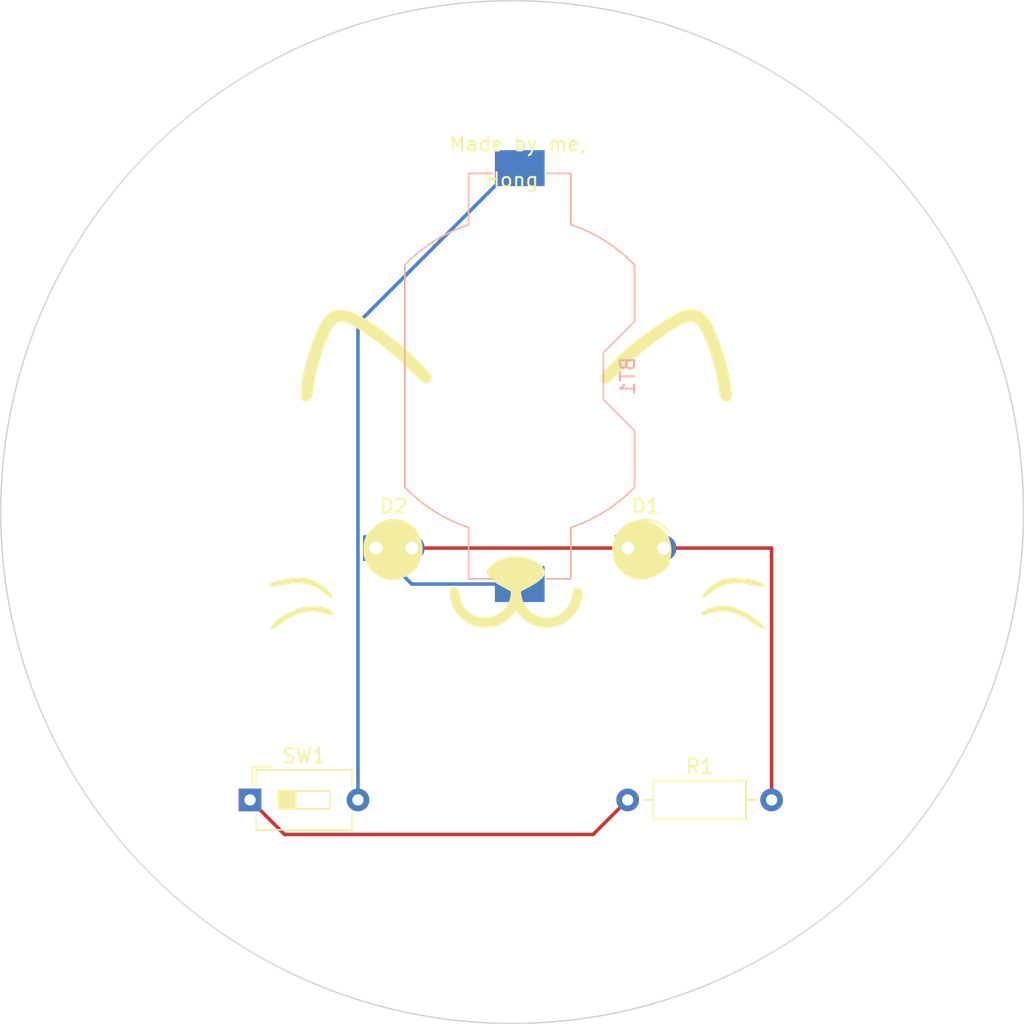
<source format=kicad_pcb>
(kicad_pcb (version 20221018) (generator pcbnew)
  (layers (0 "F.Cu" signal) (31 "B.Cu" signal) (34 "B.Paste" user) (35 "F.Paste" user) (36 "B.SilkS" user "B.Silkscreen") (37 "F.SilkS" user "F.Silkscreen") (38 "B.Mask" user) (39 "F.Mask" user) (44 "Edge.Cuts" user))
  (net 0 "")
  (net 1 "Net-(SW1-A)")
  (net 2 "Net-(D1-A)")
  (net 3 "Net-(D1-K)")
  (net 4 "Net-(BT1--)")
  (net 5 "Net-(BT1-+)")
  (footprint "Resistor_THT:R_Axial_DIN0207_L6.3mm_D2.5mm_P10.16mm_Horizontal" (layer "F.Cu") (at 195.58 83.82)
    (fp_text reference "R1" (at 5.08 -2.37) (layer "F.SilkS"))
    (fp_text value "R")
    (fp_line (start 1.04 0) (end 1.81 0) (stroke (width 0.12)) (layer "F.SilkS"))
    (fp_line (start 1.81 -1.37) (end 1.81 1.37) (stroke (width 0.12)) (layer "F.SilkS"))
    (fp_line (start 1.81 1.37) (end 8.35 1.37) (stroke (width 0.12)) (layer "F.SilkS"))
    (fp_line (start 8.35 -1.37) (end 1.81 -1.37) (stroke (width 0.12)) (layer "F.SilkS"))
    (fp_line (start 8.35 1.37) (end 8.35 -1.37) (stroke (width 0.12)) (layer "F.SilkS"))
    (fp_line (start 9.12 0) (end 8.35 0) (stroke (width 0.12)) (layer "F.SilkS"))
    (pad "1" thru_hole circle (at 0 0) (size 1.6 1.6) (drill 0.8) (layers "*.Cu" "*.Mask") (net 1 "Net-(SW1-A)"))
    (pad "2" thru_hole oval (at 10.16 0) (size 1.6 1.6) (drill 0.8) (layers "*.Cu" "*.Mask") (net 2 "Net-(D1-A)"))
  )
  (footprint "LED_THT:LED_D3.0mm" (layer "F.Cu") (at 195.58 66.04)
    (fp_text reference "D1" (at 1.27 -2.96) (layer "F.SilkS"))
    (fp_text value "LED")
    (fp_line (start -0.29 -1.236) (end -0.29 -1.08) (stroke (width 0.12)) (layer "F.SilkS"))
    (fp_line (start -0.29 1.08) (end -0.29 1.236) (stroke (width 0.12)) (layer "F.SilkS"))
    (fp_arc (start -0.29 -1.235516) (mid 1.366487 -1.987659) (end 2.942335 -1.078608) (stroke (width 0.12)) (layer "F.SilkS"))
    (fp_arc (start 0.229039 -1.08) (mid 1.270117 -1.5) (end 2.31113 -1.079837) (stroke (width 0.12)) (layer "F.SilkS"))
    (fp_arc (start 2.31113 1.079837) (mid 1.270117 1.5) (end 0.229039 1.08) (stroke (width 0.12)) (layer "F.SilkS"))
    (fp_arc (start 2.942335 1.078608) (mid 1.366487 1.987659) (end -0.29 1.235516) (stroke (width 0.12)) (layer "F.SilkS"))
    (pad "1" thru_hole rect (at 0 0) (size 1.8 1.8) (drill 0.9) (layers "*.Cu" "*.Mask") (net 3 "Net-(D1-K)"))
    (pad "2" thru_hole circle (at 2.54 0) (size 1.8 1.8) (drill 0.9) (layers "*.Cu" "*.Mask") (net 2 "Net-(D1-A)"))
  )
  (footprint "LOGO" (layer "F.Cu") (at 187.96 63.5)
    (fp_text reference "G***" hide)
    (fp_text value "LOGO" hide)
    (fp_poly (pts (xy -8.532364 0.64301) (xy -8.172081 0.723757) (xy -7.852862 0.858766) (xy -7.573915 1.048386) (xy -7.334449 1.292969) (xy -7.295069 1.343398) (xy -7.089146 1.669866) (xy -6.947197 2.014598) (xy -6.869191 2.371558) (xy -6.855096 2.73471) (xy -6.904881 3.09802) (xy -7.018512 3.455451) (xy -7.195959 3.800968) (xy -7.308891 3.967763) (xy -7.534752 4.218843) (xy -7.807321 4.429363) (xy -8.115418 4.595319) (xy -8.447863 4.712708) (xy -8.793476 4.777524) (xy -9.141078 4.785765) (xy -9.460132 4.73823) (xy -9.74457 4.63857) (xy -10.026925 4.482966) (xy -10.292386 4.282741) (xy -10.526139 4.04922) (xy -10.713373 3.793727) (xy -10.72816 3.768797) (xy -10.872779 3.488991) (xy -10.968102 3.223589) (xy -11.020923 2.947741) (xy -11.038041 2.636599) (xy -11.038045 2.635849) (xy -11.024395 2.319036) (xy -10.977547 2.047918) (xy -10.893157 1.806104) (xy -10.766878 1.577202) (xy -10.751139 1.553438) (xy -10.514836 1.251313) (xy -10.251498 1.010145) (xy -9.957446 0.828038) (xy -9.629 0.703092) (xy -9.26248 0.633408) (xy -8.934501 0.616172)) (fill solid) (layer "F.SilkS"))
    (fp_poly (pts (xy -14.204365 6.671591) (xy -13.849864 6.731929) (xy -13.531338 6.827808) (xy -13.407881 6.88055) (xy -13.257633 6.970531) (xy -13.174925 7.065583) (xy -13.160093 7.165237) (xy -13.173655 7.207197) (xy -13.228551 7.268818) (xy -13.322456 7.290598) (xy -13.460636 7.27249) (xy -13.648357 7.214447) (xy -13.680089 7.202679) (xy -14.068878 7.084174) (xy -14.448606 7.028222) (xy -14.834472 7.033357) (xy -15.085846 7.066994) (xy -15.293369 7.106268) (xy -15.463286 7.146709) (xy -15.619494 7.195948) (xy -15.785888 7.261615) (xy -15.986364 7.35134) (xy -16.008519 7.36161) (xy -16.234699 7.471551) (xy -16.425696 7.577461) (xy -16.604532 7.693887) (xy -16.794231 7.835371) (xy -16.927658 7.942268) (xy -17.118816 8.09313) (xy -17.267903 8.197908) (xy -17.380972 8.259217) (xy -17.464071 8.279672) (xy -17.523251 8.26189) (xy -17.560751 8.215942) (xy -17.571306 8.126721) (xy -17.525533 8.014998) (xy -17.429879 7.885589) (xy -17.290793 7.743308) (xy -17.114725 7.592972) (xy -16.908122 7.439394) (xy -16.677435 7.28739) (xy -16.429111 7.141776) (xy -16.169599 7.007366) (xy -15.905348 6.888976) (xy -15.661051 6.797489) (xy -15.323185 6.709744) (xy -14.957079 6.659907) (xy -14.578788 6.647387)) (fill solid) (layer "F.SilkS"))
    (fp_poly (pts (xy 8.71499 0.602161) (xy 8.895491 0.614299) (xy 9.052019 0.640484) (xy 9.205599 0.68553) (xy 9.377259 0.754249) (xy 9.584906 0.849968) (xy 9.798548 0.975679) (xy 10.013255 1.144341) (xy 10.212523 1.339771) (xy 10.379848 1.545789) (xy 10.498545 1.745822) (xy 10.622672 2.081841) (xy 10.693759 2.432935) (xy 10.71079 2.784744) (xy 10.67275 3.122905) (xy 10.611687 3.347033) (xy 10.461508 3.67779) (xy 10.258742 3.973763) (xy 10.011135 4.230565) (xy 9.726431 4.443805) (xy 9.412375 4.609096) (xy 9.076711 4.722049) (xy 8.727184 4.778274) (xy 8.37154 4.773383) (xy 8.155828 4.738718) (xy 7.872982 4.649487) (xy 7.584624 4.509701) (xy 7.312116 4.331773) (xy 7.07682 4.128115) (xy 7.041504 4.091231) (xy 6.828513 3.812711) (xy 6.667836 3.497262) (xy 6.562213 3.155173) (xy 6.514383 2.796733) (xy 6.527084 2.432232) (xy 6.554623 2.262336) (xy 6.663336 1.884321) (xy 6.825583 1.544223) (xy 7.038216 1.246066) (xy 7.298089 0.993869) (xy 7.602057 0.791656) (xy 7.768052 0.711214) (xy 7.876284 0.665938) (xy 7.965231 0.634891) (xy 8.052203 0.615386) (xy 8.154507 0.604738) (xy 8.289453 0.600261) (xy 8.47435 0.599268) (xy 8.489488 0.59926)) (fill solid) (layer "F.SilkS"))
    (fp_poly (pts (xy 14.809805 6.635944) (xy 15.180415 6.727493) (xy 15.561355 6.874402) (xy 15.958378 7.078008) (xy 16.377236 7.339649) (xy 16.730264 7.590423) (xy 16.952284 7.762524) (xy 17.116037 7.905649) (xy 17.224023 8.022351) (xy 17.278744 8.115185) (xy 17.287062 8.158959) (xy 17.25845 8.200311) (xy 17.183141 8.214765) (xy 17.076931 8.203393) (xy 16.955614 8.167267) (xy 16.87628 8.131093) (xy 16.769397 8.069645) (xy 16.635559 7.985832) (xy 16.503228 7.897495) (xy 16.499731 7.895067) (xy 16.258165 7.728453) (xy 16.060675 7.595906) (xy 15.896173 7.490937) (xy 15.753576 7.40706) (xy 15.621797 7.337787) (xy 15.489751 7.276629) (xy 15.346352 7.217101) (xy 15.330545 7.210823) (xy 14.919108 7.084495) (xy 14.49056 7.02338) (xy 14.308342 7.01752) (xy 14.082738 7.024295) (xy 13.879928 7.047681) (xy 13.674855 7.092274) (xy 13.442463 7.162668) (xy 13.356235 7.192089) (xy 13.160519 7.254749) (xy 13.018446 7.285348) (xy 12.922628 7.282847) (xy 12.865675 7.246211) (xy 12.840199 7.1744) (xy 12.836927 7.119158) (xy 12.869491 7.045546) (xy 12.96253 6.964928) (xy 13.109062 6.882007) (xy 13.302108 6.801486) (xy 13.31564 6.796611) (xy 13.702443 6.680089) (xy 14.076571 6.61358) (xy 14.443774 6.598419)) (fill solid) (layer "F.SilkS"))
    (fp_poly (pts (xy 15.725755 4.671616) (xy 16.148251 4.714093) (xy 16.513691 4.783645) (xy 16.82028 4.879873) (xy 17.066222 5.002379) (xy 17.179796 5.08483) (xy 17.266829 5.17264) (xy 17.290758 5.235772) (xy 17.252476 5.273874) (xy 17.152873 5.286594) (xy 16.992842 5.273581) (xy 16.790701 5.238106) (xy 16.494342 5.177348) (xy 16.255065 5.129164) (xy 16.062944 5.092087) (xy 15.908052 5.064653) (xy 15.780464 5.045394) (xy 15.670252 5.032845) (xy 15.567491 5.02554) (xy 15.462254 5.022012) (xy 15.344614 5.020795) (xy 15.318733 5.0207) (xy 14.927071 5.042339) (xy 14.565407 5.112597) (xy 14.222777 5.235654) (xy 13.888216 5.415695) (xy 13.550757 5.6569) (xy 13.463304 5.728379) (xy 13.286631 5.874444) (xy 13.153407 5.979398) (xy 13.056065 6.047786) (xy 12.987038 6.084156) (xy 12.938758 6.093053) (xy 12.90366 6.079024) (xy 12.89398 6.07044) (xy 12.8774 6.022681) (xy 12.871159 5.948516) (xy 12.898769 5.864708) (xy 12.975644 5.752531) (xy 13.092859 5.619682) (xy 13.241483 5.473856) (xy 13.41259 5.32275) (xy 13.59725 5.174059) (xy 13.786536 5.03548) (xy 13.971519 4.914708) (xy 14.143272 4.81944) (xy 14.223316 4.782979) (xy 14.385148 4.729338) (xy 14.578378 4.691389) (xy 14.8135 4.667837) (xy 15.101009 4.657388) (xy 15.247999 4.65661)) (fill solid) (layer "F.SilkS"))
    (fp_poly (pts (xy -15.480954 4.624612) (xy -15.172514 4.65228) (xy -14.959299 4.691377) (xy -14.559537 4.818862) (xy -14.183876 5.005426) (xy -13.827648 5.253886) (xy -13.486185 5.567057) (xy -13.456676 5.59782) (xy -13.343713 5.719574) (xy -13.271887 5.806432) (xy -13.233081 5.871047) (xy -13.21918 5.926078) (xy -13.220031 5.966824) (xy -13.24801 6.055939) (xy -13.308322 6.084759) (xy -13.400239 6.052945) (xy -13.401752 6.052064) (xy -13.453168 6.015449) (xy -13.544314 5.944263) (xy -13.662836 5.84837) (xy -13.796379 5.737636) (xy -13.812534 5.724066) (xy -14.161462 5.461274) (xy -14.510297 5.262861) (xy -14.868192 5.125366) (xy -15.244306 5.045331) (xy -15.647795 5.019298) (xy -15.678167 5.019416) (xy -15.797702 5.021145) (xy -15.905536 5.025233) (xy -16.011644 5.03318) (xy -16.126003 5.046484) (xy -16.258587 5.066646) (xy -16.419372 5.095165) (xy -16.618334 5.133541) (xy -16.865448 5.183273) (xy -17.133019 5.238106) (xy -17.325567 5.274842) (xy -17.461547 5.291574) (xy -17.550431 5.286356) (xy -17.601691 5.257242) (xy -17.624797 5.202288) (xy -17.62938 5.136139) (xy -17.621865 5.045571) (xy -17.603206 4.988105) (xy -17.597143 4.981961) (xy -17.548307 4.963986) (xy -17.445613 4.934008) (xy -17.301945 4.895287) (xy -17.130184 4.851086) (xy -16.943214 4.804664) (xy -16.753918 4.759283) (xy -16.575178 4.718205) (xy -16.436056 4.688039) (xy -16.136755 4.642437) (xy -15.810378 4.621313)) (fill solid) (layer "F.SilkS"))
    (fp_poly (pts (xy -12.397579 -14.263913) (xy -12.079972 -14.189299) (xy -11.731402 -14.06508) (xy -11.350173 -13.890402) (xy -10.934588 -13.664411) (xy -10.482952 -13.386256) (xy -9.993566 -13.055083) (xy -9.465094 -12.670308) (xy -9.153146 -12.430224) (xy -8.828678 -12.169683) (xy -8.498072 -11.894557) (xy -8.167709 -11.610719) (xy -7.843973 -11.324042) (xy -7.533244 -11.0404) (xy -7.241905 -10.765666) (xy -6.976339 -10.505712) (xy -6.742926 -10.266412) (xy -6.548049 -10.053639) (xy -6.39809 -9.873267) (xy -6.340302 -9.79469) (xy -6.263048 -9.670338) (xy -6.224011 -9.567746) (xy -6.213074 -9.460185) (xy -6.213073 -9.458474) (xy -6.219277 -9.363702) (xy -6.246633 -9.292499) (xy -6.308261 -9.218765) (xy -6.357232 -9.171668) (xy -6.457075 -9.091997) (xy -6.5459 -9.044736) (xy -6.582271 -9.037197) (xy -6.637693 -9.047039) (xy -6.707719 -9.079292) (xy -6.797432 -9.138045) (xy -6.911914 -9.227389) (xy -7.056248 -9.351411) (xy -7.235517 -9.514202) (xy -7.454804 -9.719852) (xy -7.586195 -9.844952) (xy -8.007229 -10.2444) (xy -8.389763 -10.600371) (xy -8.741921 -10.919523) (xy -9.071826 -11.208512) (xy -9.387603 -11.473997) (xy -9.697376 -11.722633) (xy -10.009269 -11.961079) (xy -10.331406 -12.195992) (xy -10.671911 -12.434028) (xy -11.038908 -12.681846) (xy -11.087817 -12.714352) (xy -11.455347 -12.949929) (xy -11.776995 -13.138078) (xy -12.055217 -13.279856) (xy -12.292471 -13.376318) (xy -12.491212 -13.428519) (xy -12.653899 -13.437515) (xy -12.736024 -13.422375) (xy -12.869292 -13.364919) (xy -12.995535 -13.271587) (xy -13.118859 -13.136764) (xy -13.24337 -12.954837) (xy -13.373173 -12.720189) (xy -13.512374 -12.427207) (xy -13.584827 -12.261657) (xy -13.870309 -11.529084) (xy -14.12139 -10.748631) (xy -14.334434 -9.933582) (xy -14.505806 -9.097218) (xy -14.584428 -8.609299) (xy -14.618958 -8.381557) (xy -14.649463 -8.211184) (xy -14.679411 -8.087497) (xy -14.712269 -7.999812) (xy -14.751505 -7.937447) (xy -14.800587 -7.889718) (xy -14.823619 -7.872427) (xy -14.935535 -7.823644) (xy -15.073568 -7.805004) (xy -15.209634 -7.816895) (xy -15.315644 -7.859706) (xy -15.323284 -7.865519) (xy -15.38783 -7.929148) (xy -15.431231 -8.005787) (xy -15.457264 -8.109669) (xy -15.469709 -8.255025) (xy -15.472422 -8.427332) (xy -15.458704 -8.701631) (xy -15.41964 -9.028923) (xy -15.357628 -9.39961) (xy -15.275066 -9.804095) (xy -15.174353 -10.232781) (xy -15.057886 -10.67607) (xy -14.928064 -11.124366) (xy -14.787285 -11.568069) (xy -14.637948 -11.997585) (xy -14.482449 -12.403314) (xy -14.473198 -12.426146) (xy -14.30295 -12.825332) (xy -14.140593 -13.16303) (xy -13.981989 -13.445153) (xy -13.823002 -13.677612) (xy -13.659494 -13.866319) (xy -13.487331 -14.017185) (xy -13.302373 -14.136122) (xy -13.261669 -14.157519) (xy -13.130114 -14.222074) (xy -13.029791 -14.261607) (xy -12.934797 -14.282068) (xy -12.819229 -14.289406) (xy -12.685921 -14.289773)) (fill solid) (layer "F.SilkS"))
    (fp_poly (pts (xy 12.442786 -14.280359) (xy 12.715132 -14.16751) (xy 12.974478 -13.995471) (xy 13.215693 -13.767318) (xy 13.433646 -13.486128) (xy 13.533602 -13.324322) (xy 13.6831 -13.037157) (xy 13.837989 -12.692563) (xy 13.995081 -12.301033) (xy 14.151188 -11.873064) (xy 14.303122 -11.419148) (xy 14.447694 -10.949781) (xy 14.581717 -10.475457) (xy 14.702 -10.00667) (xy 14.805357 -9.553915) (xy 14.888599 -9.127686) (xy 14.948537 -8.738478) (xy 14.962555 -8.620907) (xy 14.982499 -8.387114) (xy 14.983219 -8.208134) (xy 14.962957 -8.07258) (xy 14.919957 -7.969066) (xy 14.852461 -7.886206) (xy 14.848622 -7.882596) (xy 14.742507 -7.821118) (xy 14.603509 -7.788512) (xy 14.463718 -7.792067) (xy 14.456459 -7.793495) (xy 14.357822 -7.843392) (xy 14.260275 -7.940924) (xy 14.178519 -8.066629) (xy 14.127253 -8.201044) (xy 14.12022 -8.238642) (xy 14.104622 -8.343347) (xy 14.079757 -8.499082) (xy 14.048393 -8.689478) (xy 14.0133 -8.898166) (xy 13.977245 -9.108779) (xy 13.942996 -9.304947) (xy 13.913322 -9.470303) (xy 13.898339 -9.550674) (xy 13.79188 -10.040094) (xy 13.655265 -10.559454) (xy 13.494645 -11.089895) (xy 13.316172 -11.612555) (xy 13.125998 -12.108576) (xy 12.930274 -12.559096) (xy 12.887842 -12.648653) (xy 12.755734 -12.903339) (xy 12.625686 -13.107463) (xy 12.492156 -13.261555) (xy 12.349603 -13.366149) (xy 12.192483 -13.421774) (xy 12.015255 -13.428964) (xy 11.812378 -13.38825) (xy 11.578309 -13.300164) (xy 11.307506 -13.165237) (xy 10.994427 -12.984003) (xy 10.780263 -12.850899) (xy 10.338613 -12.560179) (xy 9.870312 -12.232173) (xy 9.394051 -11.880891) (xy 8.928524 -11.520342) (xy 8.492423 -11.164534) (xy 8.232749 -10.941698) (xy 8.059082 -10.787018) (xy 7.866968 -10.611582) (xy 7.650435 -10.409777) (xy 7.403512 -10.175993) (xy 7.120226 -9.904616) (xy 6.803709 -9.598859) (xy 6.654458 -9.456947) (xy 6.514271 -9.328651) (xy 6.393561 -9.223123) (xy 6.302739 -9.149517) (xy 6.258987 -9.119967) (xy 6.117939 -9.081478) (xy 5.96097 -9.091694) (xy 5.817123 -9.147693) (xy 5.788139 -9.167349) (xy 5.735564 -9.21669) (xy 5.709127 -9.277636) (xy 5.700551 -9.374163) (xy 5.700241 -9.421977) (xy 5.706625 -9.53588) (xy 5.73125 -9.629896) (xy 5.783705 -9.731822) (xy 5.834521 -9.811353) (xy 5.894649 -9.889221) (xy 5.995465 -10.005606) (xy 6.12832 -10.151562) (xy 6.284563 -10.31814) (xy 6.455545 -10.496393) (xy 6.632615 -10.677372) (xy 6.807123 -10.852129) (xy 6.97042 -11.011718) (xy 7.113856 -11.14719) (xy 7.205795 -11.229848) (xy 7.550428 -11.527737) (xy 7.855114 -11.786859) (xy 8.1298 -12.015328) (xy 8.384436 -12.221254) (xy 8.628971 -12.41275) (xy 8.873352 -12.597928) (xy 8.985849 -12.681303) (xy 9.191711 -12.832523) (xy 9.357559 -12.953135) (xy 9.498214 -13.053523) (xy 9.628497 -13.144067) (xy 9.763232 -13.235151) (xy 9.91724 -13.337157) (xy 9.995687 -13.388673) (xy 10.395761 -13.641197) (xy 10.770716 -13.858253) (xy 11.115507 -14.037358) (xy 11.425087 -14.176028) (xy 11.694413 -14.271779) (xy 11.879618 -14.316174) (xy 12.162571 -14.330939)) (fill solid) (layer "F.SilkS"))
    (fp_poly (pts (xy 0.196855 3.154735) (xy 0.589047 3.244491) (xy 0.963231 3.386496) (xy 1.202806 3.513263) (xy 1.392351 3.649252) (xy 1.554104 3.808933) (xy 1.67874 3.979817) (xy 1.756933 4.149416) (xy 1.779926 4.28617) (xy 1.751075 4.426392) (xy 1.663837 4.575219) (xy 1.516721 4.733938) (xy 1.308235 4.903833) (xy 1.036888 5.086191) (xy 0.701189 5.282295) (xy 0.496361 5.392404) (xy 0.350512 5.469542) (xy 0.22714 5.536055) (xy 0.138746 5.585113) (xy 0.097831 5.609889) (xy 0.097132 5.610479) (xy 0.089743 5.655542) (xy 0.098369 5.749456) (xy 0.11968 5.875396) (xy 0.150349 6.016537) (xy 0.187046 6.156055) (xy 0.226444 6.277126) (xy 0.231797 6.291163) (xy 0.385824 6.598266) (xy 0.589728 6.867543) (xy 0.83561 7.093431) (xy 1.115571 7.270369) (xy 1.421711 7.392796) (xy 1.746132 7.45515) (xy 1.894924 7.462127) (xy 2.238278 7.430021) (xy 2.563619 7.334804) (xy 2.862529 7.179942) (xy 3.126593 6.968902) (xy 3.150723 6.944877) (xy 3.386825 6.661791) (xy 3.559207 6.355382) (xy 3.669902 6.021395) (xy 3.711458 5.771895) (xy 3.75224 5.569634) (xy 3.824779 5.426001) (xy 3.92681 5.343078) (xy 4.053694 5.307017) (xy 4.167932 5.327365) (xy 4.284814 5.40787) (xy 4.317235 5.43883) (xy 4.385487 5.515159) (xy 4.428505 5.590697) (xy 4.447599 5.679182) (xy 4.44408 5.794357) (xy 4.419258 5.94996) (xy 4.382539 6.123599) (xy 4.25766 6.542686) (xy 4.080331 6.921479) (xy 3.853699 7.256831) (xy 3.580914 7.545592) (xy 3.265123 7.784612) (xy 2.909475 7.970742) (xy 2.517119 8.100832) (xy 2.374741 8.131963) (xy 1.95991 8.178322) (xy 1.555801 8.157928) (xy 1.165863 8.072106) (xy 0.793543 7.92218) (xy 0.442289 7.709472) (xy 0.115549 7.435307) (xy -0.126742 7.171563) (xy -0.267516 7.000404) (xy -0.346429 7.103099) (xy -0.489044 7.268186) (xy -0.666954 7.443285) (xy -0.863639 7.614549) (xy -1.06258 7.768129) (xy -1.247259 7.890178) (xy -1.352156 7.946195) (xy -1.502041 8.009049) (xy -1.667084 8.068071) (xy -1.762938 8.097007) (xy -1.951556 8.133543) (xy -2.181025 8.156794) (xy -2.426247 8.166018) (xy -2.662125 8.160478) (xy -2.863563 8.139433) (xy -2.909703 8.130803) (xy -3.291799 8.019161) (xy -3.647426 7.854857) (xy -3.970916 7.643938) (xy -4.2566 7.392451) (xy -4.498813 7.106443) (xy -4.691885 6.791961) (xy -4.830149 6.455051) (xy -4.907938 6.101762) (xy -4.919082 5.98699) (xy -4.927179 5.761635) (xy -4.915718 5.59143) (xy -4.882786 5.465368) (xy -4.826469 5.372449) (xy -4.808856 5.353453) (xy -4.700826 5.284405) (xy -4.584643 5.282935) (xy -4.471183 5.343184) (xy -4.393885 5.418165) (xy -4.33268 5.514663) (xy -4.281874 5.645884) (xy -4.235774 5.825036) (xy -4.21057 5.947711) (xy -4.120877 6.290871) (xy -3.993354 6.581814) (xy -3.824419 6.827607) (xy -3.696818 6.960879) (xy -3.431215 7.162645) (xy -3.138253 7.307579) (xy -2.826704 7.39673) (xy -2.505339 7.431146) (xy -2.182931 7.411875) (xy -1.868249 7.339964) (xy -1.570067 7.216462) (xy -1.297156 7.042416) (xy -1.058286 6.818874) (xy -0.91257 6.628269) (xy -0.784259 6.388889) (xy -0.69181 6.124614) (xy -0.644661 5.863906) (xy -0.641325 5.810373) (xy -0.633288 5.599235) (xy -1.080411 5.358445) (xy -1.257577 5.261205) (xy -1.430398 5.16312) (xy -1.581556 5.07423) (xy -1.693734 5.004574) (xy -1.7137 4.991314) (xy -1.903434 4.849599) (xy -2.067753 4.701727) (xy -2.198422 4.557032) (xy -2.28721 4.424847) (xy -2.325884 4.314506) (xy -2.326883 4.296091) (xy -2.295603 4.154265) (xy -2.209389 3.994951) (xy -2.076135 3.827866) (xy -1.903731 3.662731) (xy -1.70007 3.509266) (xy -1.674228 3.492305) (xy -1.346281 3.319694) (xy -0.984913 3.199707) (xy -0.60041 3.132268) (xy -0.203059 3.117303)) (fill solid) (layer "F.SilkS"))
  )
  (footprint "Button_Switch_THT:SW_DIP_SPSTx01_Slide_6.7x4.1mm_W7.62mm_P2.54mm_LowProfile" (layer "F.Cu") (at 168.92 83.82)
    (fp_text reference "SW1" (at 3.81 -3.11) (layer "F.SilkS"))
    (fp_text value "SW_SPDT")
    (fp_line (start 0.16 -2.35) (end 0.16 -1.04) (stroke (width 0.12)) (layer "F.SilkS"))
    (fp_line (start 0.16 -2.35) (end 1.543 -2.35) (stroke (width 0.12)) (layer "F.SilkS"))
    (fp_line (start 0.4 -2.11) (end 0.4 -1.04) (stroke (width 0.12)) (layer "F.SilkS"))
    (fp_line (start 0.4 -2.11) (end 7.221 -2.11) (stroke (width 0.12)) (layer "F.SilkS"))
    (fp_line (start 0.4 1.04) (end 0.4 2.11) (stroke (width 0.12)) (layer "F.SilkS"))
    (fp_line (start 0.4 2.11) (end 7.221 2.11) (stroke (width 0.12)) (layer "F.SilkS"))
    (fp_line (start 2 -0.635) (end 2 0.635) (stroke (width 0.12)) (layer "F.SilkS"))
    (fp_line (start 2 -0.515) (end 3.206667 -0.515) (stroke (width 0.12)) (layer "F.SilkS"))
    (fp_line (start 2 -0.395) (end 3.206667 -0.395) (stroke (width 0.12)) (layer "F.SilkS"))
    (fp_line (start 2 -0.275) (end 3.206667 -0.275) (stroke (width 0.12)) (layer "F.SilkS"))
    (fp_line (start 2 -0.155) (end 3.206667 -0.155) (stroke (width 0.12)) (layer "F.SilkS"))
    (fp_line (start 2 -0.035) (end 3.206667 -0.035) (stroke (width 0.12)) (layer "F.SilkS"))
    (fp_line (start 2 0.085) (end 3.206667 0.085) (stroke (width 0.12)) (layer "F.SilkS"))
    (fp_line (start 2 0.205) (end 3.206667 0.205) (stroke (width 0.12)) (layer "F.SilkS"))
    (fp_line (start 2 0.325) (end 3.206667 0.325) (stroke (width 0.12)) (layer "F.SilkS"))
    (fp_line (start 2 0.445) (end 3.206667 0.445) (stroke (width 0.12)) (layer "F.SilkS"))
    (fp_line (start 2 0.565) (end 3.206667 0.565) (stroke (width 0.12)) (layer "F.SilkS"))
    (fp_line (start 2 0.635) (end 5.62 0.635) (stroke (width 0.12)) (layer "F.SilkS"))
    (fp_line (start 3.206667 -0.635) (end 3.206667 0.635) (stroke (width 0.12)) (layer "F.SilkS"))
    (fp_line (start 5.62 -0.635) (end 2 -0.635) (stroke (width 0.12)) (layer "F.SilkS"))
    (fp_line (start 5.62 0.635) (end 5.62 -0.635) (stroke (width 0.12)) (layer "F.SilkS"))
    (fp_line (start 7.221 -2.11) (end 7.221 -0.99) (stroke (width 0.12)) (layer "F.SilkS"))
    (fp_line (start 7.221 0.99) (end 7.221 2.11) (stroke (width 0.12)) (layer "F.SilkS"))
    (pad "1" thru_hole rect (at 0 0) (size 1.6 1.6) (drill 0.8) (layers "*.Cu" "*.Mask") (net 1 "Net-(SW1-A)"))
    (pad "2" thru_hole oval (at 7.62 0) (size 1.6 1.6) (drill 0.8) (layers "*.Cu" "*.Mask") (net 5 "Net-(BT1-+)"))
  )
  (footprint "LED_THT:LED_D3.0mm" (layer "F.Cu") (at 177.8 66.04)
    (fp_text reference "D2" (at 1.27 -2.96) (layer "F.SilkS"))
    (fp_text value "LED")
    (fp_line (start -0.29 -1.236) (end -0.29 -1.08) (stroke (width 0.12)) (layer "F.SilkS"))
    (fp_line (start -0.29 1.08) (end -0.29 1.236) (stroke (width 0.12)) (layer "F.SilkS"))
    (fp_arc (start -0.29 -1.235516) (mid 1.366487 -1.987659) (end 2.942335 -1.078608) (stroke (width 0.12)) (layer "F.SilkS"))
    (fp_arc (start 0.229039 -1.08) (mid 1.270117 -1.5) (end 2.31113 -1.079837) (stroke (width 0.12)) (layer "F.SilkS"))
    (fp_arc (start 2.31113 1.079837) (mid 1.270117 1.5) (end 0.229039 1.08) (stroke (width 0.12)) (layer "F.SilkS"))
    (fp_arc (start 2.942335 1.078608) (mid 1.366487 1.987659) (end -0.29 1.235516) (stroke (width 0.12)) (layer "F.SilkS"))
    (pad "1" thru_hole rect (at 0 0) (size 1.8 1.8) (drill 0.9) (layers "*.Cu" "*.Mask") (net 4 "Net-(BT1--)"))
    (pad "2" thru_hole circle (at 2.54 0) (size 1.8 1.8) (drill 0.9) (layers "*.Cu" "*.Mask") (net 3 "Net-(D1-K)"))
  )
  (footprint "Battery:BatteryHolder_Keystone_1058_1x2032" (layer "B.Cu") (at 187.96 53.9 -90)
    (fp_text reference "BT1" (at 0 -7.62 90) (layer "B.SilkS") (effects (justify mirror)))
    (fp_text value "Battery")
    (fp_line (start -14.31 -1.9) (end -14.31 -3.61) (stroke (width 0.12)) (layer "B.SilkS"))
    (fp_line (start -14.31 1.9) (end -14.31 3.61) (stroke (width 0.12)) (layer "B.SilkS"))
    (fp_line (start -14.31 3.61) (end -10.692 3.61) (stroke (width 0.12)) (layer "B.SilkS"))
    (fp_line (start -10.692 -3.61) (end -14.31 -3.61) (stroke (width 0.12)) (layer "B.SilkS"))
    (fp_line (start -7.8473 8.11) (end 7.8473 8.11) (stroke (width 0.12)) (layer "B.SilkS"))
    (fp_line (start -3.86 -8.11) (end -7.8473 -8.11) (stroke (width 0.12)) (layer "B.SilkS"))
    (fp_line (start -1.66 -5.91) (end -3.86 -8.11) (stroke (width 0.12)) (layer "B.SilkS"))
    (fp_line (start 1.66 -5.91) (end -1.66 -5.91) (stroke (width 0.12)) (layer "B.SilkS"))
    (fp_line (start 1.66 -5.91) (end 3.86 -8.11) (stroke (width 0.12)) (layer "B.SilkS"))
    (fp_line (start 7.8473 -8.11) (end 3.86 -8.11) (stroke (width 0.12)) (layer "B.SilkS"))
    (fp_line (start 10.692 3.61) (end 14.31 3.61) (stroke (width 0.12)) (layer "B.SilkS"))
    (fp_line (start 14.31 -3.61) (end 10.692 -3.61) (stroke (width 0.12)) (layer "B.SilkS"))
    (fp_line (start 14.31 -1.9) (end 14.31 -3.61) (stroke (width 0.12)) (layer "B.SilkS"))
    (fp_line (start 14.31 1.9) (end 14.31 3.61) (stroke (width 0.12)) (layer "B.SilkS"))
    (fp_arc (start -10.692 -3.61) (mid -9.538085 -6.031245) (end -7.845371 -8.111789) (stroke (width 0.12)) (layer "B.SilkS"))
    (fp_arc (start -7.845371 8.111789) (mid -9.538084 6.031244) (end -10.692 3.61) (stroke (width 0.12)) (layer "B.SilkS"))
    (fp_arc (start 7.845371 -8.111789) (mid 9.538084 -6.031244) (end 10.692 -3.61) (stroke (width 0.12)) (layer "B.SilkS"))
    (fp_arc (start 10.692 3.61) (mid 9.538084 6.031244) (end 7.845371 8.111789) (stroke (width 0.12)) (layer "B.SilkS"))
    (pad "1" smd rect (at -14.68 0 270) (size 2.54 3.51) (layers "B.Cu" "B.Paste" "B.Mask") (net 5 "Net-(BT1-+)"))
    (pad "2" smd rect (at 14.68 0 270) (size 2.54 3.51) (layers "B.Cu" "B.Paste" "B.Mask") (net 4 "Net-(BT1--)"))
  )
  (gr_circle (center 187.419818 63.5) (end 215.359818 86.36) (stroke (width 0.1)) (fill none) (layer "Edge.Cuts"))
  (gr_text "Hong" (at 185.42 40.64) (layer "F.SilkS") (effects (font (size 1 1)) (justify left bottom)))
  (gr_text "Made by me," (at 182.88 38.1) (layer "F.SilkS") (effects (font (size 1 1)) (justify left bottom)))
  (segment (start 193.142267 86.257733) (end 171.357733 86.257733) (width 0.25) (layer "F.Cu") (net 1))
  (segment (start 171.357733 86.257733) (end 168.92 83.82) (width 0.25) (layer "F.Cu") (net 1))
  (segment (start 195.58 83.82) (end 193.142267 86.257733) (width 0.25) (layer "F.Cu") (net 1))
  (segment (start 205.74 66.04) (end 205.74 83.82) (width 0.25) (layer "F.Cu") (net 2))
  (segment (start 198.12 66.04) (end 205.74 66.04) (width 0.25) (layer "F.Cu") (net 2))
  (segment (start 180.34 66.04) (end 195.58 66.04) (width 0.25) (layer "F.Cu") (net 3))
  (segment (start 187.96 68.58) (end 180.34 68.58) (width 0.25) (layer "B.Cu") (net 4))
  (segment (start 180.34 68.58) (end 177.8 66.04) (width 0.25) (layer "B.Cu") (net 4))
  (segment (start 187.475 39.22) (end 176.54 50.155) (width 0.25) (layer "B.Cu") (net 5))
  (segment (start 176.54 50.155) (end 176.54 83.82) (width 0.25) (layer "B.Cu") (net 5))
  (segment (start 187.96 39.22) (end 187.475 39.22) (width 0.25) (layer "B.Cu") (net 5))
)
</source>
